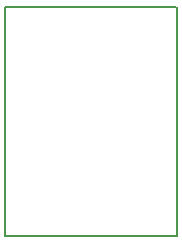
<source format=gbr>
G04 #@! TF.GenerationSoftware,KiCad,Pcbnew,(5.0.2)-1*
G04 #@! TF.CreationDate,2019-07-28T22:14:27+08:00*
G04 #@! TF.ProjectId,NRF24M,4e524632-344d-42e6-9b69-6361645f7063,rev?*
G04 #@! TF.SameCoordinates,Original*
G04 #@! TF.FileFunction,Profile,NP*
%FSLAX46Y46*%
G04 Gerber Fmt 4.6, Leading zero omitted, Abs format (unit mm)*
G04 Created by KiCad (PCBNEW (5.0.2)-1) date 2019-07-28 22:14:27*
%MOMM*%
%LPD*%
G01*
G04 APERTURE LIST*
%ADD10C,0.160000*%
G04 APERTURE END LIST*
D10*
X87783240Y-42975240D02*
X73290000Y-42975240D01*
X73290000Y-62420000D02*
X73290000Y-42975240D01*
X73290000Y-62420500D02*
X87807800Y-62420500D01*
X87807800Y-62420500D02*
X87807800Y-42975240D01*
M02*

</source>
